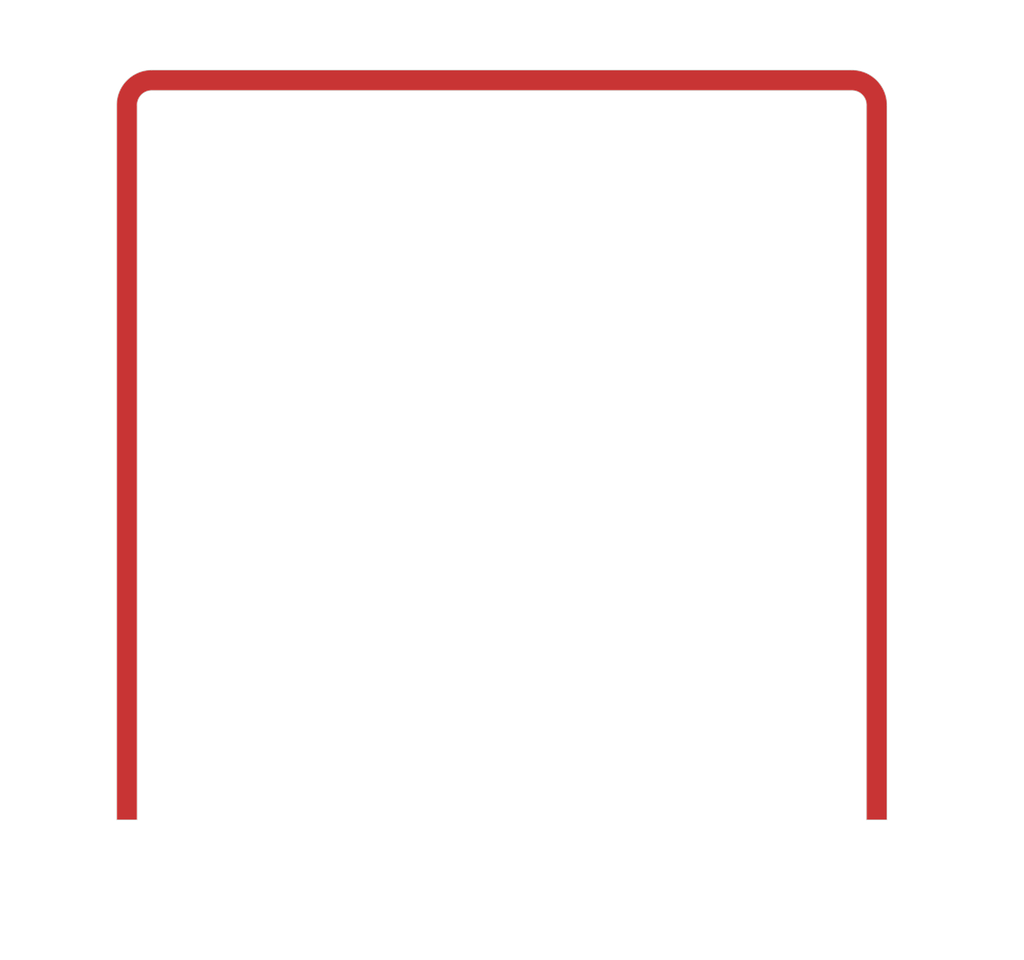
<source format=kicad_pcb>
(kicad_pcb
	(version 20240108)
	(generator "pcbnew")
	(generator_version "8.0")
	(general
		(thickness 1.6)
		(legacy_teardrops no)
	)
	(paper "A4")
	(layers
		(0 "F.Cu" signal)
		(31 "B.Cu" signal)
		(32 "B.Adhes" user "B.Adhesive")
		(33 "F.Adhes" user "F.Adhesive")
		(34 "B.Paste" user)
		(35 "F.Paste" user)
		(36 "B.SilkS" user "B.Silkscreen")
		(37 "F.SilkS" user "F.Silkscreen")
		(38 "B.Mask" user)
		(39 "F.Mask" user)
		(40 "Dwgs.User" user "User.Drawings")
		(41 "Cmts.User" user "User.Comments")
		(42 "Eco1.User" user "User.Eco1")
		(43 "Eco2.User" user "User.Eco2")
		(44 "Edge.Cuts" user)
		(45 "Margin" user)
		(46 "B.CrtYd" user "B.Courtyard")
		(47 "F.CrtYd" user "F.Courtyard")
		(48 "B.Fab" user)
		(49 "F.Fab" user)
		(50 "User.1" user)
		(51 "User.2" user)
		(52 "User.3" user)
		(53 "User.4" user)
		(54 "User.5" user)
		(55 "User.6" user)
		(56 "User.7" user)
		(57 "User.8" user)
		(58 "User.9" user)
	)
	(setup
		(stackup
			(layer "F.SilkS"
				(type "Top Silk Screen")
			)
			(layer "F.Paste"
				(type "Top Solder Paste")
			)
			(layer "F.Mask"
				(type "Top Solder Mask")
				(thickness 0.01)
			)
			(layer "F.Cu"
				(type "copper")
				(thickness 0.035)
			)
			(layer "dielectric 1"
				(type "core")
				(thickness 1.51)
				(material "FR4")
				(epsilon_r 4.5)
				(loss_tangent 0.02)
			)
			(layer "B.Cu"
				(type "copper")
				(thickness 0.035)
			)
			(layer "B.Mask"
				(type "Bottom Solder Mask")
				(thickness 0.01)
			)
			(layer "B.Paste"
				(type "Bottom Solder Paste")
			)
			(layer "B.SilkS"
				(type "Bottom Silk Screen")
			)
			(copper_finish "None")
			(dielectric_constraints no)
		)
		(pad_to_mask_clearance 0)
		(allow_soldermask_bridges_in_footprints no)
		(pcbplotparams
			(layerselection 0x0000000_7fffffff)
			(plot_on_all_layers_selection 0x0000000_00000000)
			(disableapertmacros no)
			(usegerberextensions no)
			(usegerberattributes yes)
			(usegerberadvancedattributes yes)
			(creategerberjobfile yes)
			(dashed_line_dash_ratio 12.000000)
			(dashed_line_gap_ratio 3.000000)
			(svgprecision 4)
			(plotframeref no)
			(viasonmask no)
			(mode 1)
			(useauxorigin no)
			(hpglpennumber 1)
			(hpglpenspeed 20)
			(hpglpendiameter 15.000000)
			(pdf_front_fp_property_popups yes)
			(pdf_back_fp_property_popups yes)
			(dxfpolygonmode yes)
			(dxfimperialunits no)
			(dxfusepcbnewfont yes)
			(psnegative no)
			(psa4output no)
			(plotreference yes)
			(plotvalue yes)
			(plotfptext yes)
			(plotinvisibletext no)
			(sketchpadsonfab no)
			(subtractmaskfromsilk no)
			(outputformat 3)
			(mirror no)
			(drillshape 0)
			(scaleselection 1)
			(outputdirectory "./")
		)
	)
	(net 0 "")
	(gr_line
		(start 39.5 34.5)
		(end 159.5 34.5)
		(stroke
			(width 0.1)
			(type default)
		)
		(layer "Edge.Cuts")
		(uuid "27743f1f-3488-4f2d-8148-c6501f44615b")
	)
	(gr_line
		(start 37 37)
		(end 37 159.5)
		(stroke
			(width 0.1)
			(type default)
		)
		(layer "Edge.Cuts")
		(uuid "31a93098-af09-46c6-97b1-681b4b56147e")
	)
	(gr_line
		(start 37 159.5)
		(end 33.5 159.5)
		(stroke
			(width 0.1)
			(type default)
		)
		(layer "Edge.Cuts")
		(uuid "88f1b9a7-577d-449c-92cc-8cc5bdfb680f")
	)
	(gr_line
		(start 162 37)
		(end 162 159.5)
		(stroke
			(width 0.1)
			(type default)
		)
		(layer "Edge.Cuts")
		(uuid "8db6a3a0-ccc6-4927-a278-a901e6fb9491")
	)
	(gr_arc
		(start 159.5 34.5)
		(mid 161.267767 35.232233)
		(end 162 37)
		(stroke
			(width 0.1)
			(type default)
		)
		(layer "Edge.Cuts")
		(uuid "8f80e3a6-5e3a-45f3-9836-79b229238fa7")
	)
	(gr_line
		(start 159.5 31)
		(end 39.5 31)
		(stroke
			(width 0.1)
			(type default)
		)
		(layer "Edge.Cuts")
		(uuid "9580808f-7916-4c95-94c4-e6cdf41c2f61")
	)
	(gr_line
		(start 33.5 159.5)
		(end 33.5 37)
		(stroke
			(width 0.1)
			(type default)
		)
		(layer "Edge.Cuts")
		(uuid "b4a62eb4-34b3-4360-903c-d478f1959859")
	)
	(gr_line
		(start 162 159.5)
		(end 165.5 159.5)
		(stroke
			(width 0.1)
			(type default)
		)
		(layer "Edge.Cuts")
		(uuid "ce604d7d-c4e4-4313-a79f-48ab6af447de")
	)
	(gr_arc
		(start 37 37)
		(mid 37.732233 35.232233)
		(end 39.5 34.5)
		(stroke
			(width 0.1)
			(type default)
		)
		(layer "Edge.Cuts")
		(uuid "d1981947-e0c6-4850-9ed2-c09cd7d2e373")
	)
	(gr_arc
		(start 33.5 37)
		(mid 35.257359 32.757359)
		(end 39.5 31)
		(stroke
			(width 0.1)
			(type default)
		)
		(layer "Edge.Cuts")
		(uuid "e850971d-3ecc-4264-aa09-485e7fa0a5b2")
	)
	(gr_line
		(start 165.5 159.5)
		(end 165.5 37)
		(stroke
			(width 0.1)
			(type default)
		)
		(layer "Edge.Cuts")
		(uuid "f8edd55a-77a5-4951-a957-97201befd3a3")
	)
	(gr_arc
		(start 159.5 31)
		(mid 163.742641 32.757359)
		(end 165.5 37)
		(stroke
			(width 0.1)
			(type default)
		)
		(layer "Edge.Cuts")
		(uuid "f94dada8-20a6-4202-8e1f-82d8b40b511b")
	)
	(gr_line
		(start 159 37)
		(end 160 37)
		(stroke
			(width 0.1)
			(type default)
		)
		(layer "F.CrtYd")
		(uuid "057c19f4-deab-4735-8807-ef0fc4c891ad")
	)
	(gr_line
		(start 39.5 36.5)
		(end 39.5 37.5)
		(stroke
			(width 0.1)
			(type default)
		)
		(layer "F.CrtYd")
		(uuid "09f1d914-db45-479c-bfde-b25b40f8d4dc")
	)
	(gr_line
		(start 39 37)
		(end 40 37)
		(stroke
			(width 0.1)
			(type default)
		)
		(layer "F.CrtYd")
		(uuid "534f6092-786c-4bd4-ab01-75c40254e9ef")
	)
	(gr_line
		(start 159.5 36.5)
		(end 159.5 37.5)
		(stroke
			(width 0.1)
			(type default)
		)
		(layer "F.CrtYd")
		(uuid "742d9fb8-6775-4a5a-b2ff-485cf90d1b1c")
	)
	(zone
		(net 0)
		(net_name "")
		(layer "F.Cu")
		(uuid "bf83f53c-5ae5-49b2-bc84-dbc165096b43")
		(hatch edge 0.5)
		(connect_pads yes
			(clearance 0)
		)
		(min_thickness 0.025)
		(filled_areas_thickness no)
		(fill yes
			(thermal_gap 0.5)
			(thermal_bridge_width 0.5)
			(island_removal_mode 1)
			(island_area_min 10)
		)
		(polygon
			(pts
				(xy 23 19) (xy 185.5 21.5) (xy 189 183.5) (xy 13.5 176.5) (xy 14 40)
			)
		)
		(filled_polygon
			(layer "F.Cu")
			(island)
			(pts
				(xy 159.747646 31.002558) (xy 159.748445 31.002595) (xy 160.242007 31.043492) (xy 160.242944 31.043609)
				(xy 160.731361 31.125112) (xy 160.732266 31.125302) (xy 161.212296 31.246862) (xy 161.213186 31.247127)
				(xy 161.681536 31.407911) (xy 161.682418 31.408256) (xy 162.13587 31.607159) (xy 162.136723 31.607576)
				(xy 162.572205 31.843247) (xy 162.573022 31.843734) (xy 162.987553 32.11456) (xy 162.988326 32.115112)
				(xy 163.379081 32.419248) (xy 163.379787 32.419846) (xy 163.744114 32.755233) (xy 163.744766 32.755885)
				(xy 164.080151 33.120209) (xy 164.080759 33.120928) (xy 164.384887 33.511673) (xy 164.385439 33.512446)
				(xy 164.656265 33.926977) (xy 164.656752 33.927794) (xy 164.892423 34.363276) (xy 164.89284 34.364129)
				(xy 165.091743 34.817581) (xy 165.092089 34.818467) (xy 165.252869 35.286803) (xy 165.25314 35.287714)
				(xy 165.374694 35.767721) (xy 165.374889 35.768651) (xy 165.456389 36.257052) (xy 165.456507 36.257995)
				(xy 165.497403 36.751538) (xy 165.497441 36.752369) (xy 165.499999 36.999881) (xy 165.5 37) (xy 165.5 159.4885)
				(xy 165.496632 159.496632) (xy 165.4885 159.5) (xy 162.0115 159.5) (xy 162.003368 159.496632) (xy 162 159.4885)
				(xy 162 36.999971) (xy 161.997324 36.83632) (xy 161.997324 36.836317) (xy 161.954594 36.511751)
				(xy 161.869865 36.195539) (xy 161.744587 35.893092) (xy 161.67247 35.768182) (xy 161.580906 35.609587)
				(xy 161.580904 35.609584) (xy 161.381616 35.349867) (xy 161.150133 35.118384) (xy 160.890416 34.919096)
				(xy 160.890415 34.919095) (xy 160.890412 34.919093) (xy 160.606911 34.755414) (xy 160.304456 34.630133)
				(xy 159.98826 34.545408) (xy 159.988253 34.545407) (xy 159.988249 34.545406) (xy 159.813553 34.522406)
				(xy 159.663679 34.502675) (xy 159.500028 34.5) (xy 159.5 34.5) (xy 39.5 34.5) (xy 39.499972 34.5)
				(xy 39.33632 34.502675) (xy 39.144763 34.527894) (xy 39.011751 34.545406) (xy 39.011747 34.545406)
				(xy 39.011739 34.545408) (xy 39.011738 34.545408) (xy 38.695544 34.630133) (xy 38.695543 34.630133)
				(xy 38.393088 34.755414) (xy 38.109587 34.919093) (xy 38.01219 34.993829) (xy 37.849867 35.118384)
				(xy 37.849862 35.118389) (xy 37.84986 35.11839) (xy 37.61839 35.34986) (xy 37.618389 35.349862)
				(xy 37.618384 35.349867) (xy 37.493829 35.51219) (xy 37.419093 35.609587) (xy 37.255414 35.893088)
				(xy 37.130133 36.195543) (xy 37.130133 36.195544) (xy 37.045408 36.511738) (xy 37.045408 36.511739)
				(xy 37.002675 36.83632) (xy 37 36.999971) (xy 37 159.4885) (xy 36.996632 159.496632) (xy 36.9885 159.5)
				(xy 33.5115 159.5) (xy 33.503368 159.496632) (xy 33.5 159.4885) (xy 33.5 37) (xy 33.500001 36.999881)
				(xy 33.501691 36.836317) (xy 33.502558 36.752351) (xy 33.502595 36.751555) (xy 33.543492 36.257989)
				(xy 33.54361 36.257052) (xy 33.553875 36.195539) (xy 33.625113 35.768633) (xy 33.625301 35.767738)
				(xy 33.746864 35.287696) (xy 33.747124 35.28682) (xy 33.907914 34.818455) (xy 33.908251 34.817592)
				(xy 34.10716 34.364125) (xy 34.107576 34.363276) (xy 34.343247 33.927794) (xy 34.343734 33.926977)
				(xy 34.614567 33.512435) (xy 34.615104 33.511683) (xy 34.919258 33.120906) (xy 34.919835 33.120223)
				(xy 35.255244 32.755873) (xy 35.255873 32.755244) (xy 35.620223 32.419835) (xy 35.620906 32.419258)
				(xy 36.011683 32.115104) (xy 36.012435 32.114567) (xy 36.426982 31.84373) (xy 36.427787 31.84325)
				(xy 36.86328 31.607574) (xy 36.864129 31.607159) (xy 37.317592 31.408251) (xy 37.318455 31.407914)
				(xy 37.78682 31.247124) (xy 37.787696 31.246864) (xy 38.267738 31.125301) (xy 38.268633 31.125113)
				(xy 38.757058 31.043609) (xy 38.757989 31.043492) (xy 39.251555 31.002595) (xy 39.252351 31.002558)
				(xy 39.499904 31) (xy 39.500022 31) (xy 159.499978 31) (xy 159.500095 31)
			)
		)
	)
)
</source>
